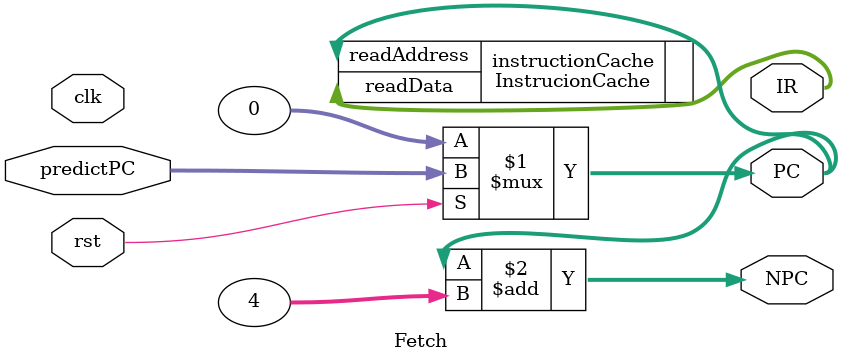
<source format=sv>
`timescale 1ns / 1ps


module Fetch(
        input clk,
        input rst,

        input [31: 0] predictPC,

        output [31: 0] NPC,
        output [31: 0] IR,
        output [31: 0] PC
    );

    assign PC = rst ? predictPC : 32'h0000_0000;
    assign NPC = PC + 4;

    InstrucionCache instructionCache(
        .readAddress(PC), 
        .readData(IR)
    );

endmodule

</source>
